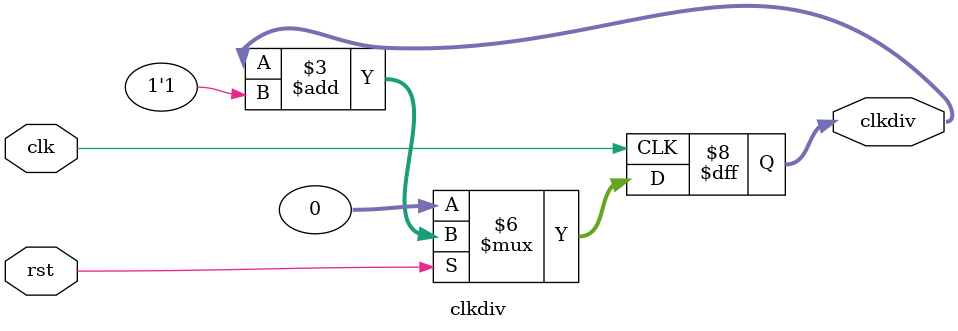
<source format=v>
`timescale 1ns / 1ps
module clkdiv(
    input clk,
    input rst,
    output reg [31:0] clkdiv
    );

    initial clkdiv = 0;

    always @ (posedge clk) begin
        if (!rst) clkdiv <= 0;
        else clkdiv <= clkdiv + 1'b1;
    end

endmodule
</source>
